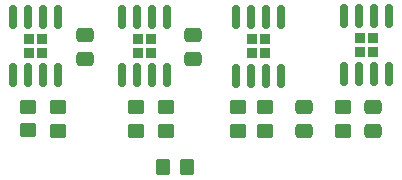
<source format=gtp>
G04 #@! TF.GenerationSoftware,KiCad,Pcbnew,8.0.1*
G04 #@! TF.CreationDate,2024-07-15T10:08:48+02:00*
G04 #@! TF.ProjectId,RGB 2x2 with WS2811,52474220-3278-4322-9077-697468205753,rev?*
G04 #@! TF.SameCoordinates,Original*
G04 #@! TF.FileFunction,Paste,Top*
G04 #@! TF.FilePolarity,Positive*
%FSLAX46Y46*%
G04 Gerber Fmt 4.6, Leading zero omitted, Abs format (unit mm)*
G04 Created by KiCad (PCBNEW 8.0.1) date 2024-07-15 10:08:48*
%MOMM*%
%LPD*%
G01*
G04 APERTURE LIST*
G04 Aperture macros list*
%AMRoundRect*
0 Rectangle with rounded corners*
0 $1 Rounding radius*
0 $2 $3 $4 $5 $6 $7 $8 $9 X,Y pos of 4 corners*
0 Add a 4 corners polygon primitive as box body*
4,1,4,$2,$3,$4,$5,$6,$7,$8,$9,$2,$3,0*
0 Add four circle primitives for the rounded corners*
1,1,$1+$1,$2,$3*
1,1,$1+$1,$4,$5*
1,1,$1+$1,$6,$7*
1,1,$1+$1,$8,$9*
0 Add four rect primitives between the rounded corners*
20,1,$1+$1,$2,$3,$4,$5,0*
20,1,$1+$1,$4,$5,$6,$7,0*
20,1,$1+$1,$6,$7,$8,$9,0*
20,1,$1+$1,$8,$9,$2,$3,0*%
G04 Aperture macros list end*
%ADD10RoundRect,0.250000X-0.475000X0.337500X-0.475000X-0.337500X0.475000X-0.337500X0.475000X0.337500X0*%
%ADD11RoundRect,0.250000X-0.450000X0.350000X-0.450000X-0.350000X0.450000X-0.350000X0.450000X0.350000X0*%
%ADD12RoundRect,0.250000X0.450000X-0.350000X0.450000X0.350000X-0.450000X0.350000X-0.450000X-0.350000X0*%
%ADD13RoundRect,0.232500X-0.232500X0.232500X-0.232500X-0.232500X0.232500X-0.232500X0.232500X0.232500X0*%
%ADD14RoundRect,0.150000X-0.150000X0.825000X-0.150000X-0.825000X0.150000X-0.825000X0.150000X0.825000X0*%
%ADD15RoundRect,0.250000X-0.350000X-0.450000X0.350000X-0.450000X0.350000X0.450000X-0.350000X0.450000X0*%
%ADD16RoundRect,0.250000X0.475000X-0.337500X0.475000X0.337500X-0.475000X0.337500X-0.475000X-0.337500X0*%
G04 APERTURE END LIST*
D10*
G04 #@! TO.C,C4*
X127017268Y-47027491D03*
X127017268Y-49102491D03*
G04 #@! TD*
G04 #@! TO.C,C2*
X145543268Y-53123491D03*
X145543268Y-55198491D03*
G04 #@! TD*
G04 #@! TO.C,C1*
X136161268Y-47027491D03*
X136161268Y-49102491D03*
G04 #@! TD*
D11*
G04 #@! TO.C,R6*
X142241268Y-53160991D03*
X142241268Y-55160991D03*
G04 #@! TD*
D12*
G04 #@! TO.C,R2*
X139955268Y-55160991D03*
X139955268Y-53160991D03*
G04 #@! TD*
D11*
G04 #@! TO.C,R4*
X122191268Y-53144991D03*
X122191268Y-55144991D03*
G04 #@! TD*
D12*
G04 #@! TO.C,R1*
X148845268Y-55198491D03*
X148845268Y-53198491D03*
G04 #@! TD*
D13*
G04 #@! TO.C,U3*
X142257268Y-47444491D03*
X141107268Y-47444491D03*
X142257268Y-48594491D03*
X141107268Y-48594491D03*
D14*
X143587268Y-45544491D03*
X142317268Y-45544491D03*
X141047268Y-45544491D03*
X139777268Y-45544491D03*
X139777268Y-50494491D03*
X141047268Y-50494491D03*
X142317268Y-50494491D03*
X143587268Y-50494491D03*
G04 #@! TD*
D13*
G04 #@! TO.C,U2*
X151401268Y-47356491D03*
X150251268Y-47356491D03*
X151401268Y-48506491D03*
X150251268Y-48506491D03*
D14*
X152731268Y-45456491D03*
X151461268Y-45456491D03*
X150191268Y-45456491D03*
X148921268Y-45456491D03*
X148921268Y-50406491D03*
X150191268Y-50406491D03*
X151461268Y-50406491D03*
X152731268Y-50406491D03*
G04 #@! TD*
D11*
G04 #@! TO.C,R7*
X133859268Y-53160991D03*
X133859268Y-55160991D03*
G04 #@! TD*
D15*
G04 #@! TO.C,R5*
X133621268Y-58278491D03*
X135621268Y-58278491D03*
G04 #@! TD*
D13*
G04 #@! TO.C,U4*
X132605268Y-47422991D03*
X131455268Y-47422991D03*
X132605268Y-48572991D03*
X131455268Y-48572991D03*
D14*
X133935268Y-45522991D03*
X132665268Y-45522991D03*
X131395268Y-45522991D03*
X130125268Y-45522991D03*
X130125268Y-50472991D03*
X131395268Y-50472991D03*
X132665268Y-50472991D03*
X133935268Y-50472991D03*
G04 #@! TD*
D11*
G04 #@! TO.C,R8*
X124715268Y-53160991D03*
X124715268Y-55160991D03*
G04 #@! TD*
D16*
G04 #@! TO.C,C3*
X151385268Y-55198491D03*
X151385268Y-53123491D03*
G04 #@! TD*
D12*
G04 #@! TO.C,R3*
X131319268Y-55176991D03*
X131319268Y-53176991D03*
G04 #@! TD*
D13*
G04 #@! TO.C,U5*
X123401268Y-47403491D03*
X122251268Y-47403491D03*
X123401268Y-48553491D03*
X122251268Y-48553491D03*
D14*
X124731268Y-45503491D03*
X123461268Y-45503491D03*
X122191268Y-45503491D03*
X120921268Y-45503491D03*
X120921268Y-50453491D03*
X122191268Y-50453491D03*
X123461268Y-50453491D03*
X124731268Y-50453491D03*
G04 #@! TD*
M02*

</source>
